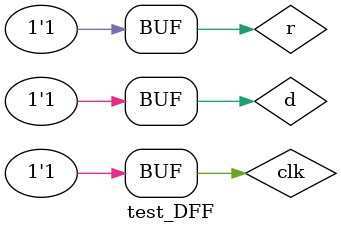
<source format=v>
module DFF (Q, nQ, R, D, Clk);
    input R, D, Clk;
    output Q, nQ;
    
    reg Q, nQ;
    
    always @(R or D or Clk)
    if(R==0) 
       begin
        Q=1'b0;
        nQ=1'b1;
    end
       
    always@(posedge Clk)
    begin
        Q=D;
        nQ=!D;
    end 
endmodule

//test
module test_DFF;
    wire q, nq;
    reg r, d, clk;
    
    DFF D1(q, nq, r, d, clk);
    
    initial begin
        r=1'b0;
        clk=1'b0;
        d=1'b0;
        #1;
        r=1'b1;
        #4;
        clk=1'b1;
        #5
        clk=1'b0;
        d=1'b1;
        #5;
        clk=1'b1;
     end
     always@(d or clk)
     $display("at t=%t r=%b d=%b clk=%b q=%b nq=%b", $time, r, d, clk, q, nq);
 endmodule
</source>
